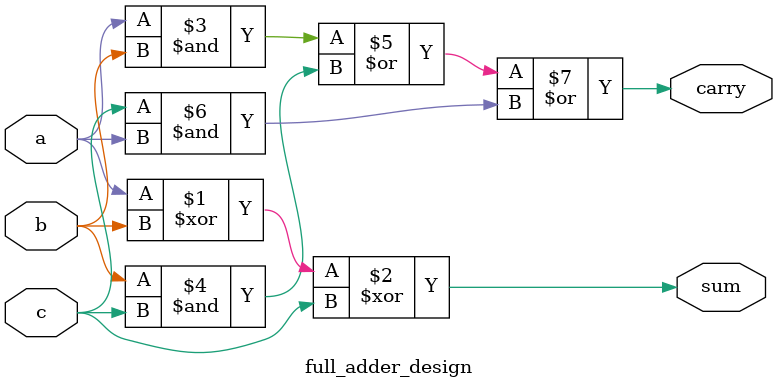
<source format=v>
`timescale 1ns / 1ps


module full_adder_design(
    input a,
    input b,
    input c,
    output sum,
    output carry
    );
    assign sum=a^b^c;
    assign carry=a&b|b&c|c&a;
endmodule

</source>
